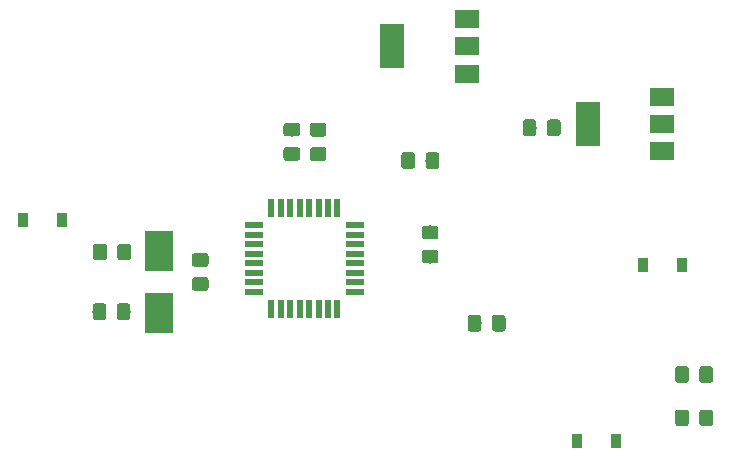
<source format=gbr>
G04 #@! TF.GenerationSoftware,KiCad,Pcbnew,(5.0.2-4-g3082e92af)*
G04 #@! TF.CreationDate,2019-03-14T11:46:11+01:00*
G04 #@! TF.ProjectId,gas-sensor,6761732d-7365-46e7-936f-722e6b696361,rev?*
G04 #@! TF.SameCoordinates,Original*
G04 #@! TF.FileFunction,Paste,Top*
G04 #@! TF.FilePolarity,Positive*
%FSLAX46Y46*%
G04 Gerber Fmt 4.6, Leading zero omitted, Abs format (unit mm)*
G04 Created by KiCad (PCBNEW (5.0.2-4-g3082e92af)) date 2019 March 14, Thursday 11:46:11*
%MOMM*%
%LPD*%
G01*
G04 APERTURE LIST*
%ADD10C,0.100000*%
%ADD11C,1.150000*%
%ADD12R,0.900000X1.200000*%
%ADD13R,2.000000X1.500000*%
%ADD14R,2.000000X3.800000*%
%ADD15R,2.400000X3.500000*%
%ADD16R,0.550000X1.600000*%
%ADD17R,1.600000X0.550000*%
G04 APERTURE END LIST*
D10*
G04 #@! TO.C,C2*
G36*
X79710762Y-134055806D02*
X79735030Y-134059406D01*
X79758829Y-134065367D01*
X79781928Y-134073632D01*
X79804107Y-134084122D01*
X79825150Y-134096734D01*
X79844856Y-134111349D01*
X79863034Y-134127825D01*
X79879510Y-134146003D01*
X79894125Y-134165709D01*
X79906737Y-134186752D01*
X79917227Y-134208931D01*
X79925492Y-134232030D01*
X79931453Y-134255829D01*
X79935053Y-134280097D01*
X79936257Y-134304601D01*
X79936257Y-135204603D01*
X79935053Y-135229107D01*
X79931453Y-135253375D01*
X79925492Y-135277174D01*
X79917227Y-135300273D01*
X79906737Y-135322452D01*
X79894125Y-135343495D01*
X79879510Y-135363201D01*
X79863034Y-135381379D01*
X79844856Y-135397855D01*
X79825150Y-135412470D01*
X79804107Y-135425082D01*
X79781928Y-135435572D01*
X79758829Y-135443837D01*
X79735030Y-135449798D01*
X79710762Y-135453398D01*
X79686258Y-135454602D01*
X79036256Y-135454602D01*
X79011752Y-135453398D01*
X78987484Y-135449798D01*
X78963685Y-135443837D01*
X78940586Y-135435572D01*
X78918407Y-135425082D01*
X78897364Y-135412470D01*
X78877658Y-135397855D01*
X78859480Y-135381379D01*
X78843004Y-135363201D01*
X78828389Y-135343495D01*
X78815777Y-135322452D01*
X78805287Y-135300273D01*
X78797022Y-135277174D01*
X78791061Y-135253375D01*
X78787461Y-135229107D01*
X78786257Y-135204603D01*
X78786257Y-134304601D01*
X78787461Y-134280097D01*
X78791061Y-134255829D01*
X78797022Y-134232030D01*
X78805287Y-134208931D01*
X78815777Y-134186752D01*
X78828389Y-134165709D01*
X78843004Y-134146003D01*
X78859480Y-134127825D01*
X78877658Y-134111349D01*
X78897364Y-134096734D01*
X78918407Y-134084122D01*
X78940586Y-134073632D01*
X78963685Y-134065367D01*
X78987484Y-134059406D01*
X79011752Y-134055806D01*
X79036256Y-134054602D01*
X79686258Y-134054602D01*
X79710762Y-134055806D01*
X79710762Y-134055806D01*
G37*
D11*
X79361257Y-134754602D03*
D10*
G36*
X81760762Y-134055806D02*
X81785030Y-134059406D01*
X81808829Y-134065367D01*
X81831928Y-134073632D01*
X81854107Y-134084122D01*
X81875150Y-134096734D01*
X81894856Y-134111349D01*
X81913034Y-134127825D01*
X81929510Y-134146003D01*
X81944125Y-134165709D01*
X81956737Y-134186752D01*
X81967227Y-134208931D01*
X81975492Y-134232030D01*
X81981453Y-134255829D01*
X81985053Y-134280097D01*
X81986257Y-134304601D01*
X81986257Y-135204603D01*
X81985053Y-135229107D01*
X81981453Y-135253375D01*
X81975492Y-135277174D01*
X81967227Y-135300273D01*
X81956737Y-135322452D01*
X81944125Y-135343495D01*
X81929510Y-135363201D01*
X81913034Y-135381379D01*
X81894856Y-135397855D01*
X81875150Y-135412470D01*
X81854107Y-135425082D01*
X81831928Y-135435572D01*
X81808829Y-135443837D01*
X81785030Y-135449798D01*
X81760762Y-135453398D01*
X81736258Y-135454602D01*
X81086256Y-135454602D01*
X81061752Y-135453398D01*
X81037484Y-135449798D01*
X81013685Y-135443837D01*
X80990586Y-135435572D01*
X80968407Y-135425082D01*
X80947364Y-135412470D01*
X80927658Y-135397855D01*
X80909480Y-135381379D01*
X80893004Y-135363201D01*
X80878389Y-135343495D01*
X80865777Y-135322452D01*
X80855287Y-135300273D01*
X80847022Y-135277174D01*
X80841061Y-135253375D01*
X80837461Y-135229107D01*
X80836257Y-135204603D01*
X80836257Y-134304601D01*
X80837461Y-134280097D01*
X80841061Y-134255829D01*
X80847022Y-134232030D01*
X80855287Y-134208931D01*
X80865777Y-134186752D01*
X80878389Y-134165709D01*
X80893004Y-134146003D01*
X80909480Y-134127825D01*
X80927658Y-134111349D01*
X80947364Y-134096734D01*
X80968407Y-134084122D01*
X80990586Y-134073632D01*
X81013685Y-134065367D01*
X81037484Y-134059406D01*
X81061752Y-134055806D01*
X81086256Y-134054602D01*
X81736258Y-134054602D01*
X81760762Y-134055806D01*
X81760762Y-134055806D01*
G37*
D11*
X81411257Y-134754602D03*
G04 #@! TD*
D10*
G04 #@! TO.C,C3*
G36*
X131086344Y-139389064D02*
X131110612Y-139392664D01*
X131134411Y-139398625D01*
X131157510Y-139406890D01*
X131179689Y-139417380D01*
X131200732Y-139429992D01*
X131220438Y-139444607D01*
X131238616Y-139461083D01*
X131255092Y-139479261D01*
X131269707Y-139498967D01*
X131282319Y-139520010D01*
X131292809Y-139542189D01*
X131301074Y-139565288D01*
X131307035Y-139589087D01*
X131310635Y-139613355D01*
X131311839Y-139637859D01*
X131311839Y-140537861D01*
X131310635Y-140562365D01*
X131307035Y-140586633D01*
X131301074Y-140610432D01*
X131292809Y-140633531D01*
X131282319Y-140655710D01*
X131269707Y-140676753D01*
X131255092Y-140696459D01*
X131238616Y-140714637D01*
X131220438Y-140731113D01*
X131200732Y-140745728D01*
X131179689Y-140758340D01*
X131157510Y-140768830D01*
X131134411Y-140777095D01*
X131110612Y-140783056D01*
X131086344Y-140786656D01*
X131061840Y-140787860D01*
X130411838Y-140787860D01*
X130387334Y-140786656D01*
X130363066Y-140783056D01*
X130339267Y-140777095D01*
X130316168Y-140768830D01*
X130293989Y-140758340D01*
X130272946Y-140745728D01*
X130253240Y-140731113D01*
X130235062Y-140714637D01*
X130218586Y-140696459D01*
X130203971Y-140676753D01*
X130191359Y-140655710D01*
X130180869Y-140633531D01*
X130172604Y-140610432D01*
X130166643Y-140586633D01*
X130163043Y-140562365D01*
X130161839Y-140537861D01*
X130161839Y-139637859D01*
X130163043Y-139613355D01*
X130166643Y-139589087D01*
X130172604Y-139565288D01*
X130180869Y-139542189D01*
X130191359Y-139520010D01*
X130203971Y-139498967D01*
X130218586Y-139479261D01*
X130235062Y-139461083D01*
X130253240Y-139444607D01*
X130272946Y-139429992D01*
X130293989Y-139417380D01*
X130316168Y-139406890D01*
X130339267Y-139398625D01*
X130363066Y-139392664D01*
X130387334Y-139389064D01*
X130411838Y-139387860D01*
X131061840Y-139387860D01*
X131086344Y-139389064D01*
X131086344Y-139389064D01*
G37*
D11*
X130736839Y-140087860D03*
D10*
G36*
X129036344Y-139389064D02*
X129060612Y-139392664D01*
X129084411Y-139398625D01*
X129107510Y-139406890D01*
X129129689Y-139417380D01*
X129150732Y-139429992D01*
X129170438Y-139444607D01*
X129188616Y-139461083D01*
X129205092Y-139479261D01*
X129219707Y-139498967D01*
X129232319Y-139520010D01*
X129242809Y-139542189D01*
X129251074Y-139565288D01*
X129257035Y-139589087D01*
X129260635Y-139613355D01*
X129261839Y-139637859D01*
X129261839Y-140537861D01*
X129260635Y-140562365D01*
X129257035Y-140586633D01*
X129251074Y-140610432D01*
X129242809Y-140633531D01*
X129232319Y-140655710D01*
X129219707Y-140676753D01*
X129205092Y-140696459D01*
X129188616Y-140714637D01*
X129170438Y-140731113D01*
X129150732Y-140745728D01*
X129129689Y-140758340D01*
X129107510Y-140768830D01*
X129084411Y-140777095D01*
X129060612Y-140783056D01*
X129036344Y-140786656D01*
X129011840Y-140787860D01*
X128361838Y-140787860D01*
X128337334Y-140786656D01*
X128313066Y-140783056D01*
X128289267Y-140777095D01*
X128266168Y-140768830D01*
X128243989Y-140758340D01*
X128222946Y-140745728D01*
X128203240Y-140731113D01*
X128185062Y-140714637D01*
X128168586Y-140696459D01*
X128153971Y-140676753D01*
X128141359Y-140655710D01*
X128130869Y-140633531D01*
X128122604Y-140610432D01*
X128116643Y-140586633D01*
X128113043Y-140562365D01*
X128111839Y-140537861D01*
X128111839Y-139637859D01*
X128113043Y-139613355D01*
X128116643Y-139589087D01*
X128122604Y-139565288D01*
X128130869Y-139542189D01*
X128141359Y-139520010D01*
X128153971Y-139498967D01*
X128168586Y-139479261D01*
X128185062Y-139461083D01*
X128203240Y-139444607D01*
X128222946Y-139429992D01*
X128243989Y-139417380D01*
X128266168Y-139406890D01*
X128289267Y-139398625D01*
X128313066Y-139392664D01*
X128337334Y-139389064D01*
X128361838Y-139387860D01*
X129011840Y-139387860D01*
X129036344Y-139389064D01*
X129036344Y-139389064D01*
G37*
D11*
X128686839Y-140087860D03*
G04 #@! TD*
D10*
G04 #@! TO.C,C4*
G36*
X131091344Y-143049064D02*
X131115612Y-143052664D01*
X131139411Y-143058625D01*
X131162510Y-143066890D01*
X131184689Y-143077380D01*
X131205732Y-143089992D01*
X131225438Y-143104607D01*
X131243616Y-143121083D01*
X131260092Y-143139261D01*
X131274707Y-143158967D01*
X131287319Y-143180010D01*
X131297809Y-143202189D01*
X131306074Y-143225288D01*
X131312035Y-143249087D01*
X131315635Y-143273355D01*
X131316839Y-143297859D01*
X131316839Y-144197861D01*
X131315635Y-144222365D01*
X131312035Y-144246633D01*
X131306074Y-144270432D01*
X131297809Y-144293531D01*
X131287319Y-144315710D01*
X131274707Y-144336753D01*
X131260092Y-144356459D01*
X131243616Y-144374637D01*
X131225438Y-144391113D01*
X131205732Y-144405728D01*
X131184689Y-144418340D01*
X131162510Y-144428830D01*
X131139411Y-144437095D01*
X131115612Y-144443056D01*
X131091344Y-144446656D01*
X131066840Y-144447860D01*
X130416838Y-144447860D01*
X130392334Y-144446656D01*
X130368066Y-144443056D01*
X130344267Y-144437095D01*
X130321168Y-144428830D01*
X130298989Y-144418340D01*
X130277946Y-144405728D01*
X130258240Y-144391113D01*
X130240062Y-144374637D01*
X130223586Y-144356459D01*
X130208971Y-144336753D01*
X130196359Y-144315710D01*
X130185869Y-144293531D01*
X130177604Y-144270432D01*
X130171643Y-144246633D01*
X130168043Y-144222365D01*
X130166839Y-144197861D01*
X130166839Y-143297859D01*
X130168043Y-143273355D01*
X130171643Y-143249087D01*
X130177604Y-143225288D01*
X130185869Y-143202189D01*
X130196359Y-143180010D01*
X130208971Y-143158967D01*
X130223586Y-143139261D01*
X130240062Y-143121083D01*
X130258240Y-143104607D01*
X130277946Y-143089992D01*
X130298989Y-143077380D01*
X130321168Y-143066890D01*
X130344267Y-143058625D01*
X130368066Y-143052664D01*
X130392334Y-143049064D01*
X130416838Y-143047860D01*
X131066840Y-143047860D01*
X131091344Y-143049064D01*
X131091344Y-143049064D01*
G37*
D11*
X130741839Y-143747860D03*
D10*
G36*
X129041344Y-143049064D02*
X129065612Y-143052664D01*
X129089411Y-143058625D01*
X129112510Y-143066890D01*
X129134689Y-143077380D01*
X129155732Y-143089992D01*
X129175438Y-143104607D01*
X129193616Y-143121083D01*
X129210092Y-143139261D01*
X129224707Y-143158967D01*
X129237319Y-143180010D01*
X129247809Y-143202189D01*
X129256074Y-143225288D01*
X129262035Y-143249087D01*
X129265635Y-143273355D01*
X129266839Y-143297859D01*
X129266839Y-144197861D01*
X129265635Y-144222365D01*
X129262035Y-144246633D01*
X129256074Y-144270432D01*
X129247809Y-144293531D01*
X129237319Y-144315710D01*
X129224707Y-144336753D01*
X129210092Y-144356459D01*
X129193616Y-144374637D01*
X129175438Y-144391113D01*
X129155732Y-144405728D01*
X129134689Y-144418340D01*
X129112510Y-144428830D01*
X129089411Y-144437095D01*
X129065612Y-144443056D01*
X129041344Y-144446656D01*
X129016840Y-144447860D01*
X128366838Y-144447860D01*
X128342334Y-144446656D01*
X128318066Y-144443056D01*
X128294267Y-144437095D01*
X128271168Y-144428830D01*
X128248989Y-144418340D01*
X128227946Y-144405728D01*
X128208240Y-144391113D01*
X128190062Y-144374637D01*
X128173586Y-144356459D01*
X128158971Y-144336753D01*
X128146359Y-144315710D01*
X128135869Y-144293531D01*
X128127604Y-144270432D01*
X128121643Y-144246633D01*
X128118043Y-144222365D01*
X128116839Y-144197861D01*
X128116839Y-143297859D01*
X128118043Y-143273355D01*
X128121643Y-143249087D01*
X128127604Y-143225288D01*
X128135869Y-143202189D01*
X128146359Y-143180010D01*
X128158971Y-143158967D01*
X128173586Y-143139261D01*
X128190062Y-143121083D01*
X128208240Y-143104607D01*
X128227946Y-143089992D01*
X128248989Y-143077380D01*
X128271168Y-143066890D01*
X128294267Y-143058625D01*
X128318066Y-143052664D01*
X128342334Y-143049064D01*
X128366838Y-143047860D01*
X129016840Y-143047860D01*
X129041344Y-143049064D01*
X129041344Y-143049064D01*
G37*
D11*
X128691839Y-143747860D03*
G04 #@! TD*
D10*
G04 #@! TO.C,C6*
G36*
X96120114Y-120829485D02*
X96144382Y-120833085D01*
X96168181Y-120839046D01*
X96191280Y-120847311D01*
X96213459Y-120857801D01*
X96234502Y-120870413D01*
X96254208Y-120885028D01*
X96272386Y-120901504D01*
X96288862Y-120919682D01*
X96303477Y-120939388D01*
X96316089Y-120960431D01*
X96326579Y-120982610D01*
X96334844Y-121005709D01*
X96340805Y-121029508D01*
X96344405Y-121053776D01*
X96345609Y-121078280D01*
X96345609Y-121728282D01*
X96344405Y-121752786D01*
X96340805Y-121777054D01*
X96334844Y-121800853D01*
X96326579Y-121823952D01*
X96316089Y-121846131D01*
X96303477Y-121867174D01*
X96288862Y-121886880D01*
X96272386Y-121905058D01*
X96254208Y-121921534D01*
X96234502Y-121936149D01*
X96213459Y-121948761D01*
X96191280Y-121959251D01*
X96168181Y-121967516D01*
X96144382Y-121973477D01*
X96120114Y-121977077D01*
X96095610Y-121978281D01*
X95195608Y-121978281D01*
X95171104Y-121977077D01*
X95146836Y-121973477D01*
X95123037Y-121967516D01*
X95099938Y-121959251D01*
X95077759Y-121948761D01*
X95056716Y-121936149D01*
X95037010Y-121921534D01*
X95018832Y-121905058D01*
X95002356Y-121886880D01*
X94987741Y-121867174D01*
X94975129Y-121846131D01*
X94964639Y-121823952D01*
X94956374Y-121800853D01*
X94950413Y-121777054D01*
X94946813Y-121752786D01*
X94945609Y-121728282D01*
X94945609Y-121078280D01*
X94946813Y-121053776D01*
X94950413Y-121029508D01*
X94956374Y-121005709D01*
X94964639Y-120982610D01*
X94975129Y-120960431D01*
X94987741Y-120939388D01*
X95002356Y-120919682D01*
X95018832Y-120901504D01*
X95037010Y-120885028D01*
X95056716Y-120870413D01*
X95077759Y-120857801D01*
X95099938Y-120847311D01*
X95123037Y-120839046D01*
X95146836Y-120833085D01*
X95171104Y-120829485D01*
X95195608Y-120828281D01*
X96095610Y-120828281D01*
X96120114Y-120829485D01*
X96120114Y-120829485D01*
G37*
D11*
X95645609Y-121403281D03*
D10*
G36*
X96120114Y-118779485D02*
X96144382Y-118783085D01*
X96168181Y-118789046D01*
X96191280Y-118797311D01*
X96213459Y-118807801D01*
X96234502Y-118820413D01*
X96254208Y-118835028D01*
X96272386Y-118851504D01*
X96288862Y-118869682D01*
X96303477Y-118889388D01*
X96316089Y-118910431D01*
X96326579Y-118932610D01*
X96334844Y-118955709D01*
X96340805Y-118979508D01*
X96344405Y-119003776D01*
X96345609Y-119028280D01*
X96345609Y-119678282D01*
X96344405Y-119702786D01*
X96340805Y-119727054D01*
X96334844Y-119750853D01*
X96326579Y-119773952D01*
X96316089Y-119796131D01*
X96303477Y-119817174D01*
X96288862Y-119836880D01*
X96272386Y-119855058D01*
X96254208Y-119871534D01*
X96234502Y-119886149D01*
X96213459Y-119898761D01*
X96191280Y-119909251D01*
X96168181Y-119917516D01*
X96144382Y-119923477D01*
X96120114Y-119927077D01*
X96095610Y-119928281D01*
X95195608Y-119928281D01*
X95171104Y-119927077D01*
X95146836Y-119923477D01*
X95123037Y-119917516D01*
X95099938Y-119909251D01*
X95077759Y-119898761D01*
X95056716Y-119886149D01*
X95037010Y-119871534D01*
X95018832Y-119855058D01*
X95002356Y-119836880D01*
X94987741Y-119817174D01*
X94975129Y-119796131D01*
X94964639Y-119773952D01*
X94956374Y-119750853D01*
X94950413Y-119727054D01*
X94946813Y-119702786D01*
X94945609Y-119678282D01*
X94945609Y-119028280D01*
X94946813Y-119003776D01*
X94950413Y-118979508D01*
X94956374Y-118955709D01*
X94964639Y-118932610D01*
X94975129Y-118910431D01*
X94987741Y-118889388D01*
X95002356Y-118869682D01*
X95018832Y-118851504D01*
X95037010Y-118835028D01*
X95056716Y-118820413D01*
X95077759Y-118807801D01*
X95099938Y-118797311D01*
X95123037Y-118789046D01*
X95146836Y-118783085D01*
X95171104Y-118779485D01*
X95195608Y-118778281D01*
X96095610Y-118778281D01*
X96120114Y-118779485D01*
X96120114Y-118779485D01*
G37*
D11*
X95645609Y-119353281D03*
G04 #@! TD*
D12*
G04 #@! TO.C,D1*
X72870000Y-127030000D03*
X76170000Y-127030000D03*
G04 #@! TD*
G04 #@! TO.C,D2*
X119780000Y-145710000D03*
X123080000Y-145710000D03*
G04 #@! TD*
G04 #@! TO.C,D3*
X125408674Y-130780878D03*
X128708674Y-130780878D03*
G04 #@! TD*
D10*
G04 #@! TO.C,R1*
G36*
X88375762Y-131850806D02*
X88400030Y-131854406D01*
X88423829Y-131860367D01*
X88446928Y-131868632D01*
X88469107Y-131879122D01*
X88490150Y-131891734D01*
X88509856Y-131906349D01*
X88528034Y-131922825D01*
X88544510Y-131941003D01*
X88559125Y-131960709D01*
X88571737Y-131981752D01*
X88582227Y-132003931D01*
X88590492Y-132027030D01*
X88596453Y-132050829D01*
X88600053Y-132075097D01*
X88601257Y-132099601D01*
X88601257Y-132749603D01*
X88600053Y-132774107D01*
X88596453Y-132798375D01*
X88590492Y-132822174D01*
X88582227Y-132845273D01*
X88571737Y-132867452D01*
X88559125Y-132888495D01*
X88544510Y-132908201D01*
X88528034Y-132926379D01*
X88509856Y-132942855D01*
X88490150Y-132957470D01*
X88469107Y-132970082D01*
X88446928Y-132980572D01*
X88423829Y-132988837D01*
X88400030Y-132994798D01*
X88375762Y-132998398D01*
X88351258Y-132999602D01*
X87451256Y-132999602D01*
X87426752Y-132998398D01*
X87402484Y-132994798D01*
X87378685Y-132988837D01*
X87355586Y-132980572D01*
X87333407Y-132970082D01*
X87312364Y-132957470D01*
X87292658Y-132942855D01*
X87274480Y-132926379D01*
X87258004Y-132908201D01*
X87243389Y-132888495D01*
X87230777Y-132867452D01*
X87220287Y-132845273D01*
X87212022Y-132822174D01*
X87206061Y-132798375D01*
X87202461Y-132774107D01*
X87201257Y-132749603D01*
X87201257Y-132099601D01*
X87202461Y-132075097D01*
X87206061Y-132050829D01*
X87212022Y-132027030D01*
X87220287Y-132003931D01*
X87230777Y-131981752D01*
X87243389Y-131960709D01*
X87258004Y-131941003D01*
X87274480Y-131922825D01*
X87292658Y-131906349D01*
X87312364Y-131891734D01*
X87333407Y-131879122D01*
X87355586Y-131868632D01*
X87378685Y-131860367D01*
X87402484Y-131854406D01*
X87426752Y-131850806D01*
X87451256Y-131849602D01*
X88351258Y-131849602D01*
X88375762Y-131850806D01*
X88375762Y-131850806D01*
G37*
D11*
X87901257Y-132424602D03*
D10*
G36*
X88375762Y-129800806D02*
X88400030Y-129804406D01*
X88423829Y-129810367D01*
X88446928Y-129818632D01*
X88469107Y-129829122D01*
X88490150Y-129841734D01*
X88509856Y-129856349D01*
X88528034Y-129872825D01*
X88544510Y-129891003D01*
X88559125Y-129910709D01*
X88571737Y-129931752D01*
X88582227Y-129953931D01*
X88590492Y-129977030D01*
X88596453Y-130000829D01*
X88600053Y-130025097D01*
X88601257Y-130049601D01*
X88601257Y-130699603D01*
X88600053Y-130724107D01*
X88596453Y-130748375D01*
X88590492Y-130772174D01*
X88582227Y-130795273D01*
X88571737Y-130817452D01*
X88559125Y-130838495D01*
X88544510Y-130858201D01*
X88528034Y-130876379D01*
X88509856Y-130892855D01*
X88490150Y-130907470D01*
X88469107Y-130920082D01*
X88446928Y-130930572D01*
X88423829Y-130938837D01*
X88400030Y-130944798D01*
X88375762Y-130948398D01*
X88351258Y-130949602D01*
X87451256Y-130949602D01*
X87426752Y-130948398D01*
X87402484Y-130944798D01*
X87378685Y-130938837D01*
X87355586Y-130930572D01*
X87333407Y-130920082D01*
X87312364Y-130907470D01*
X87292658Y-130892855D01*
X87274480Y-130876379D01*
X87258004Y-130858201D01*
X87243389Y-130838495D01*
X87230777Y-130817452D01*
X87220287Y-130795273D01*
X87212022Y-130772174D01*
X87206061Y-130748375D01*
X87202461Y-130724107D01*
X87201257Y-130699603D01*
X87201257Y-130049601D01*
X87202461Y-130025097D01*
X87206061Y-130000829D01*
X87212022Y-129977030D01*
X87220287Y-129953931D01*
X87230777Y-129931752D01*
X87243389Y-129910709D01*
X87258004Y-129891003D01*
X87274480Y-129872825D01*
X87292658Y-129856349D01*
X87312364Y-129841734D01*
X87333407Y-129829122D01*
X87355586Y-129818632D01*
X87378685Y-129810367D01*
X87402484Y-129804406D01*
X87426752Y-129800806D01*
X87451256Y-129799602D01*
X88351258Y-129799602D01*
X88375762Y-129800806D01*
X88375762Y-129800806D01*
G37*
D11*
X87901257Y-130374602D03*
G04 #@! TD*
D10*
G04 #@! TO.C,R2*
G36*
X113522439Y-135043959D02*
X113546707Y-135047559D01*
X113570506Y-135053520D01*
X113593605Y-135061785D01*
X113615784Y-135072275D01*
X113636827Y-135084887D01*
X113656533Y-135099502D01*
X113674711Y-135115978D01*
X113691187Y-135134156D01*
X113705802Y-135153862D01*
X113718414Y-135174905D01*
X113728904Y-135197084D01*
X113737169Y-135220183D01*
X113743130Y-135243982D01*
X113746730Y-135268250D01*
X113747934Y-135292754D01*
X113747934Y-136192756D01*
X113746730Y-136217260D01*
X113743130Y-136241528D01*
X113737169Y-136265327D01*
X113728904Y-136288426D01*
X113718414Y-136310605D01*
X113705802Y-136331648D01*
X113691187Y-136351354D01*
X113674711Y-136369532D01*
X113656533Y-136386008D01*
X113636827Y-136400623D01*
X113615784Y-136413235D01*
X113593605Y-136423725D01*
X113570506Y-136431990D01*
X113546707Y-136437951D01*
X113522439Y-136441551D01*
X113497935Y-136442755D01*
X112847933Y-136442755D01*
X112823429Y-136441551D01*
X112799161Y-136437951D01*
X112775362Y-136431990D01*
X112752263Y-136423725D01*
X112730084Y-136413235D01*
X112709041Y-136400623D01*
X112689335Y-136386008D01*
X112671157Y-136369532D01*
X112654681Y-136351354D01*
X112640066Y-136331648D01*
X112627454Y-136310605D01*
X112616964Y-136288426D01*
X112608699Y-136265327D01*
X112602738Y-136241528D01*
X112599138Y-136217260D01*
X112597934Y-136192756D01*
X112597934Y-135292754D01*
X112599138Y-135268250D01*
X112602738Y-135243982D01*
X112608699Y-135220183D01*
X112616964Y-135197084D01*
X112627454Y-135174905D01*
X112640066Y-135153862D01*
X112654681Y-135134156D01*
X112671157Y-135115978D01*
X112689335Y-135099502D01*
X112709041Y-135084887D01*
X112730084Y-135072275D01*
X112752263Y-135061785D01*
X112775362Y-135053520D01*
X112799161Y-135047559D01*
X112823429Y-135043959D01*
X112847933Y-135042755D01*
X113497935Y-135042755D01*
X113522439Y-135043959D01*
X113522439Y-135043959D01*
G37*
D11*
X113172934Y-135742755D03*
D10*
G36*
X111472439Y-135043959D02*
X111496707Y-135047559D01*
X111520506Y-135053520D01*
X111543605Y-135061785D01*
X111565784Y-135072275D01*
X111586827Y-135084887D01*
X111606533Y-135099502D01*
X111624711Y-135115978D01*
X111641187Y-135134156D01*
X111655802Y-135153862D01*
X111668414Y-135174905D01*
X111678904Y-135197084D01*
X111687169Y-135220183D01*
X111693130Y-135243982D01*
X111696730Y-135268250D01*
X111697934Y-135292754D01*
X111697934Y-136192756D01*
X111696730Y-136217260D01*
X111693130Y-136241528D01*
X111687169Y-136265327D01*
X111678904Y-136288426D01*
X111668414Y-136310605D01*
X111655802Y-136331648D01*
X111641187Y-136351354D01*
X111624711Y-136369532D01*
X111606533Y-136386008D01*
X111586827Y-136400623D01*
X111565784Y-136413235D01*
X111543605Y-136423725D01*
X111520506Y-136431990D01*
X111496707Y-136437951D01*
X111472439Y-136441551D01*
X111447935Y-136442755D01*
X110797933Y-136442755D01*
X110773429Y-136441551D01*
X110749161Y-136437951D01*
X110725362Y-136431990D01*
X110702263Y-136423725D01*
X110680084Y-136413235D01*
X110659041Y-136400623D01*
X110639335Y-136386008D01*
X110621157Y-136369532D01*
X110604681Y-136351354D01*
X110590066Y-136331648D01*
X110577454Y-136310605D01*
X110566964Y-136288426D01*
X110558699Y-136265327D01*
X110552738Y-136241528D01*
X110549138Y-136217260D01*
X110547934Y-136192756D01*
X110547934Y-135292754D01*
X110549138Y-135268250D01*
X110552738Y-135243982D01*
X110558699Y-135220183D01*
X110566964Y-135197084D01*
X110577454Y-135174905D01*
X110590066Y-135153862D01*
X110604681Y-135134156D01*
X110621157Y-135115978D01*
X110639335Y-135099502D01*
X110659041Y-135084887D01*
X110680084Y-135072275D01*
X110702263Y-135061785D01*
X110725362Y-135053520D01*
X110749161Y-135047559D01*
X110773429Y-135043959D01*
X110797933Y-135042755D01*
X111447935Y-135042755D01*
X111472439Y-135043959D01*
X111472439Y-135043959D01*
G37*
D11*
X111122934Y-135742755D03*
G04 #@! TD*
D10*
G04 #@! TO.C,R3*
G36*
X98360114Y-120839485D02*
X98384382Y-120843085D01*
X98408181Y-120849046D01*
X98431280Y-120857311D01*
X98453459Y-120867801D01*
X98474502Y-120880413D01*
X98494208Y-120895028D01*
X98512386Y-120911504D01*
X98528862Y-120929682D01*
X98543477Y-120949388D01*
X98556089Y-120970431D01*
X98566579Y-120992610D01*
X98574844Y-121015709D01*
X98580805Y-121039508D01*
X98584405Y-121063776D01*
X98585609Y-121088280D01*
X98585609Y-121738282D01*
X98584405Y-121762786D01*
X98580805Y-121787054D01*
X98574844Y-121810853D01*
X98566579Y-121833952D01*
X98556089Y-121856131D01*
X98543477Y-121877174D01*
X98528862Y-121896880D01*
X98512386Y-121915058D01*
X98494208Y-121931534D01*
X98474502Y-121946149D01*
X98453459Y-121958761D01*
X98431280Y-121969251D01*
X98408181Y-121977516D01*
X98384382Y-121983477D01*
X98360114Y-121987077D01*
X98335610Y-121988281D01*
X97435608Y-121988281D01*
X97411104Y-121987077D01*
X97386836Y-121983477D01*
X97363037Y-121977516D01*
X97339938Y-121969251D01*
X97317759Y-121958761D01*
X97296716Y-121946149D01*
X97277010Y-121931534D01*
X97258832Y-121915058D01*
X97242356Y-121896880D01*
X97227741Y-121877174D01*
X97215129Y-121856131D01*
X97204639Y-121833952D01*
X97196374Y-121810853D01*
X97190413Y-121787054D01*
X97186813Y-121762786D01*
X97185609Y-121738282D01*
X97185609Y-121088280D01*
X97186813Y-121063776D01*
X97190413Y-121039508D01*
X97196374Y-121015709D01*
X97204639Y-120992610D01*
X97215129Y-120970431D01*
X97227741Y-120949388D01*
X97242356Y-120929682D01*
X97258832Y-120911504D01*
X97277010Y-120895028D01*
X97296716Y-120880413D01*
X97317759Y-120867801D01*
X97339938Y-120857311D01*
X97363037Y-120849046D01*
X97386836Y-120843085D01*
X97411104Y-120839485D01*
X97435608Y-120838281D01*
X98335610Y-120838281D01*
X98360114Y-120839485D01*
X98360114Y-120839485D01*
G37*
D11*
X97885609Y-121413281D03*
D10*
G36*
X98360114Y-118789485D02*
X98384382Y-118793085D01*
X98408181Y-118799046D01*
X98431280Y-118807311D01*
X98453459Y-118817801D01*
X98474502Y-118830413D01*
X98494208Y-118845028D01*
X98512386Y-118861504D01*
X98528862Y-118879682D01*
X98543477Y-118899388D01*
X98556089Y-118920431D01*
X98566579Y-118942610D01*
X98574844Y-118965709D01*
X98580805Y-118989508D01*
X98584405Y-119013776D01*
X98585609Y-119038280D01*
X98585609Y-119688282D01*
X98584405Y-119712786D01*
X98580805Y-119737054D01*
X98574844Y-119760853D01*
X98566579Y-119783952D01*
X98556089Y-119806131D01*
X98543477Y-119827174D01*
X98528862Y-119846880D01*
X98512386Y-119865058D01*
X98494208Y-119881534D01*
X98474502Y-119896149D01*
X98453459Y-119908761D01*
X98431280Y-119919251D01*
X98408181Y-119927516D01*
X98384382Y-119933477D01*
X98360114Y-119937077D01*
X98335610Y-119938281D01*
X97435608Y-119938281D01*
X97411104Y-119937077D01*
X97386836Y-119933477D01*
X97363037Y-119927516D01*
X97339938Y-119919251D01*
X97317759Y-119908761D01*
X97296716Y-119896149D01*
X97277010Y-119881534D01*
X97258832Y-119865058D01*
X97242356Y-119846880D01*
X97227741Y-119827174D01*
X97215129Y-119806131D01*
X97204639Y-119783952D01*
X97196374Y-119760853D01*
X97190413Y-119737054D01*
X97186813Y-119712786D01*
X97185609Y-119688282D01*
X97185609Y-119038280D01*
X97186813Y-119013776D01*
X97190413Y-118989508D01*
X97196374Y-118965709D01*
X97204639Y-118942610D01*
X97215129Y-118920431D01*
X97227741Y-118899388D01*
X97242356Y-118879682D01*
X97258832Y-118861504D01*
X97277010Y-118845028D01*
X97296716Y-118830413D01*
X97317759Y-118817801D01*
X97339938Y-118807311D01*
X97363037Y-118799046D01*
X97386836Y-118793085D01*
X97411104Y-118789485D01*
X97435608Y-118788281D01*
X98335610Y-118788281D01*
X98360114Y-118789485D01*
X98360114Y-118789485D01*
G37*
D11*
X97885609Y-119363281D03*
G04 #@! TD*
D10*
G04 #@! TO.C,R4*
G36*
X118179505Y-118491204D02*
X118203773Y-118494804D01*
X118227572Y-118500765D01*
X118250671Y-118509030D01*
X118272850Y-118519520D01*
X118293893Y-118532132D01*
X118313599Y-118546747D01*
X118331777Y-118563223D01*
X118348253Y-118581401D01*
X118362868Y-118601107D01*
X118375480Y-118622150D01*
X118385970Y-118644329D01*
X118394235Y-118667428D01*
X118400196Y-118691227D01*
X118403796Y-118715495D01*
X118405000Y-118739999D01*
X118405000Y-119640001D01*
X118403796Y-119664505D01*
X118400196Y-119688773D01*
X118394235Y-119712572D01*
X118385970Y-119735671D01*
X118375480Y-119757850D01*
X118362868Y-119778893D01*
X118348253Y-119798599D01*
X118331777Y-119816777D01*
X118313599Y-119833253D01*
X118293893Y-119847868D01*
X118272850Y-119860480D01*
X118250671Y-119870970D01*
X118227572Y-119879235D01*
X118203773Y-119885196D01*
X118179505Y-119888796D01*
X118155001Y-119890000D01*
X117504999Y-119890000D01*
X117480495Y-119888796D01*
X117456227Y-119885196D01*
X117432428Y-119879235D01*
X117409329Y-119870970D01*
X117387150Y-119860480D01*
X117366107Y-119847868D01*
X117346401Y-119833253D01*
X117328223Y-119816777D01*
X117311747Y-119798599D01*
X117297132Y-119778893D01*
X117284520Y-119757850D01*
X117274030Y-119735671D01*
X117265765Y-119712572D01*
X117259804Y-119688773D01*
X117256204Y-119664505D01*
X117255000Y-119640001D01*
X117255000Y-118739999D01*
X117256204Y-118715495D01*
X117259804Y-118691227D01*
X117265765Y-118667428D01*
X117274030Y-118644329D01*
X117284520Y-118622150D01*
X117297132Y-118601107D01*
X117311747Y-118581401D01*
X117328223Y-118563223D01*
X117346401Y-118546747D01*
X117366107Y-118532132D01*
X117387150Y-118519520D01*
X117409329Y-118509030D01*
X117432428Y-118500765D01*
X117456227Y-118494804D01*
X117480495Y-118491204D01*
X117504999Y-118490000D01*
X118155001Y-118490000D01*
X118179505Y-118491204D01*
X118179505Y-118491204D01*
G37*
D11*
X117830000Y-119190000D03*
D10*
G36*
X116129505Y-118491204D02*
X116153773Y-118494804D01*
X116177572Y-118500765D01*
X116200671Y-118509030D01*
X116222850Y-118519520D01*
X116243893Y-118532132D01*
X116263599Y-118546747D01*
X116281777Y-118563223D01*
X116298253Y-118581401D01*
X116312868Y-118601107D01*
X116325480Y-118622150D01*
X116335970Y-118644329D01*
X116344235Y-118667428D01*
X116350196Y-118691227D01*
X116353796Y-118715495D01*
X116355000Y-118739999D01*
X116355000Y-119640001D01*
X116353796Y-119664505D01*
X116350196Y-119688773D01*
X116344235Y-119712572D01*
X116335970Y-119735671D01*
X116325480Y-119757850D01*
X116312868Y-119778893D01*
X116298253Y-119798599D01*
X116281777Y-119816777D01*
X116263599Y-119833253D01*
X116243893Y-119847868D01*
X116222850Y-119860480D01*
X116200671Y-119870970D01*
X116177572Y-119879235D01*
X116153773Y-119885196D01*
X116129505Y-119888796D01*
X116105001Y-119890000D01*
X115454999Y-119890000D01*
X115430495Y-119888796D01*
X115406227Y-119885196D01*
X115382428Y-119879235D01*
X115359329Y-119870970D01*
X115337150Y-119860480D01*
X115316107Y-119847868D01*
X115296401Y-119833253D01*
X115278223Y-119816777D01*
X115261747Y-119798599D01*
X115247132Y-119778893D01*
X115234520Y-119757850D01*
X115224030Y-119735671D01*
X115215765Y-119712572D01*
X115209804Y-119688773D01*
X115206204Y-119664505D01*
X115205000Y-119640001D01*
X115205000Y-118739999D01*
X115206204Y-118715495D01*
X115209804Y-118691227D01*
X115215765Y-118667428D01*
X115224030Y-118644329D01*
X115234520Y-118622150D01*
X115247132Y-118601107D01*
X115261747Y-118581401D01*
X115278223Y-118563223D01*
X115296401Y-118546747D01*
X115316107Y-118532132D01*
X115337150Y-118519520D01*
X115359329Y-118509030D01*
X115382428Y-118500765D01*
X115406227Y-118494804D01*
X115430495Y-118491204D01*
X115454999Y-118490000D01*
X116105001Y-118490000D01*
X116129505Y-118491204D01*
X116129505Y-118491204D01*
G37*
D11*
X115780000Y-119190000D03*
G04 #@! TD*
D13*
G04 #@! TO.C,Q1*
X127030000Y-121170000D03*
X127030000Y-116570000D03*
X127030000Y-118870000D03*
D14*
X120730000Y-118870000D03*
G04 #@! TD*
D13*
G04 #@! TO.C,Q2*
X110470000Y-114610000D03*
X110470000Y-110010000D03*
X110470000Y-112310000D03*
D14*
X104170000Y-112310000D03*
G04 #@! TD*
D10*
G04 #@! TO.C,C1*
G36*
X79765762Y-129005806D02*
X79790030Y-129009406D01*
X79813829Y-129015367D01*
X79836928Y-129023632D01*
X79859107Y-129034122D01*
X79880150Y-129046734D01*
X79899856Y-129061349D01*
X79918034Y-129077825D01*
X79934510Y-129096003D01*
X79949125Y-129115709D01*
X79961737Y-129136752D01*
X79972227Y-129158931D01*
X79980492Y-129182030D01*
X79986453Y-129205829D01*
X79990053Y-129230097D01*
X79991257Y-129254601D01*
X79991257Y-130154603D01*
X79990053Y-130179107D01*
X79986453Y-130203375D01*
X79980492Y-130227174D01*
X79972227Y-130250273D01*
X79961737Y-130272452D01*
X79949125Y-130293495D01*
X79934510Y-130313201D01*
X79918034Y-130331379D01*
X79899856Y-130347855D01*
X79880150Y-130362470D01*
X79859107Y-130375082D01*
X79836928Y-130385572D01*
X79813829Y-130393837D01*
X79790030Y-130399798D01*
X79765762Y-130403398D01*
X79741258Y-130404602D01*
X79091256Y-130404602D01*
X79066752Y-130403398D01*
X79042484Y-130399798D01*
X79018685Y-130393837D01*
X78995586Y-130385572D01*
X78973407Y-130375082D01*
X78952364Y-130362470D01*
X78932658Y-130347855D01*
X78914480Y-130331379D01*
X78898004Y-130313201D01*
X78883389Y-130293495D01*
X78870777Y-130272452D01*
X78860287Y-130250273D01*
X78852022Y-130227174D01*
X78846061Y-130203375D01*
X78842461Y-130179107D01*
X78841257Y-130154603D01*
X78841257Y-129254601D01*
X78842461Y-129230097D01*
X78846061Y-129205829D01*
X78852022Y-129182030D01*
X78860287Y-129158931D01*
X78870777Y-129136752D01*
X78883389Y-129115709D01*
X78898004Y-129096003D01*
X78914480Y-129077825D01*
X78932658Y-129061349D01*
X78952364Y-129046734D01*
X78973407Y-129034122D01*
X78995586Y-129023632D01*
X79018685Y-129015367D01*
X79042484Y-129009406D01*
X79066752Y-129005806D01*
X79091256Y-129004602D01*
X79741258Y-129004602D01*
X79765762Y-129005806D01*
X79765762Y-129005806D01*
G37*
D11*
X79416257Y-129704602D03*
D10*
G36*
X81815762Y-129005806D02*
X81840030Y-129009406D01*
X81863829Y-129015367D01*
X81886928Y-129023632D01*
X81909107Y-129034122D01*
X81930150Y-129046734D01*
X81949856Y-129061349D01*
X81968034Y-129077825D01*
X81984510Y-129096003D01*
X81999125Y-129115709D01*
X82011737Y-129136752D01*
X82022227Y-129158931D01*
X82030492Y-129182030D01*
X82036453Y-129205829D01*
X82040053Y-129230097D01*
X82041257Y-129254601D01*
X82041257Y-130154603D01*
X82040053Y-130179107D01*
X82036453Y-130203375D01*
X82030492Y-130227174D01*
X82022227Y-130250273D01*
X82011737Y-130272452D01*
X81999125Y-130293495D01*
X81984510Y-130313201D01*
X81968034Y-130331379D01*
X81949856Y-130347855D01*
X81930150Y-130362470D01*
X81909107Y-130375082D01*
X81886928Y-130385572D01*
X81863829Y-130393837D01*
X81840030Y-130399798D01*
X81815762Y-130403398D01*
X81791258Y-130404602D01*
X81141256Y-130404602D01*
X81116752Y-130403398D01*
X81092484Y-130399798D01*
X81068685Y-130393837D01*
X81045586Y-130385572D01*
X81023407Y-130375082D01*
X81002364Y-130362470D01*
X80982658Y-130347855D01*
X80964480Y-130331379D01*
X80948004Y-130313201D01*
X80933389Y-130293495D01*
X80920777Y-130272452D01*
X80910287Y-130250273D01*
X80902022Y-130227174D01*
X80896061Y-130203375D01*
X80892461Y-130179107D01*
X80891257Y-130154603D01*
X80891257Y-129254601D01*
X80892461Y-129230097D01*
X80896061Y-129205829D01*
X80902022Y-129182030D01*
X80910287Y-129158931D01*
X80920777Y-129136752D01*
X80933389Y-129115709D01*
X80948004Y-129096003D01*
X80964480Y-129077825D01*
X80982658Y-129061349D01*
X81002364Y-129046734D01*
X81023407Y-129034122D01*
X81045586Y-129023632D01*
X81068685Y-129015367D01*
X81092484Y-129009406D01*
X81116752Y-129005806D01*
X81141256Y-129004602D01*
X81791258Y-129004602D01*
X81815762Y-129005806D01*
X81815762Y-129005806D01*
G37*
D11*
X81466257Y-129704602D03*
G04 #@! TD*
D15*
G04 #@! TO.C,Y1*
X84421257Y-134864602D03*
X84421257Y-129664602D03*
G04 #@! TD*
D10*
G04 #@! TO.C,C5*
G36*
X107844505Y-127481204D02*
X107868773Y-127484804D01*
X107892572Y-127490765D01*
X107915671Y-127499030D01*
X107937850Y-127509520D01*
X107958893Y-127522132D01*
X107978599Y-127536747D01*
X107996777Y-127553223D01*
X108013253Y-127571401D01*
X108027868Y-127591107D01*
X108040480Y-127612150D01*
X108050970Y-127634329D01*
X108059235Y-127657428D01*
X108065196Y-127681227D01*
X108068796Y-127705495D01*
X108070000Y-127729999D01*
X108070000Y-128380001D01*
X108068796Y-128404505D01*
X108065196Y-128428773D01*
X108059235Y-128452572D01*
X108050970Y-128475671D01*
X108040480Y-128497850D01*
X108027868Y-128518893D01*
X108013253Y-128538599D01*
X107996777Y-128556777D01*
X107978599Y-128573253D01*
X107958893Y-128587868D01*
X107937850Y-128600480D01*
X107915671Y-128610970D01*
X107892572Y-128619235D01*
X107868773Y-128625196D01*
X107844505Y-128628796D01*
X107820001Y-128630000D01*
X106919999Y-128630000D01*
X106895495Y-128628796D01*
X106871227Y-128625196D01*
X106847428Y-128619235D01*
X106824329Y-128610970D01*
X106802150Y-128600480D01*
X106781107Y-128587868D01*
X106761401Y-128573253D01*
X106743223Y-128556777D01*
X106726747Y-128538599D01*
X106712132Y-128518893D01*
X106699520Y-128497850D01*
X106689030Y-128475671D01*
X106680765Y-128452572D01*
X106674804Y-128428773D01*
X106671204Y-128404505D01*
X106670000Y-128380001D01*
X106670000Y-127729999D01*
X106671204Y-127705495D01*
X106674804Y-127681227D01*
X106680765Y-127657428D01*
X106689030Y-127634329D01*
X106699520Y-127612150D01*
X106712132Y-127591107D01*
X106726747Y-127571401D01*
X106743223Y-127553223D01*
X106761401Y-127536747D01*
X106781107Y-127522132D01*
X106802150Y-127509520D01*
X106824329Y-127499030D01*
X106847428Y-127490765D01*
X106871227Y-127484804D01*
X106895495Y-127481204D01*
X106919999Y-127480000D01*
X107820001Y-127480000D01*
X107844505Y-127481204D01*
X107844505Y-127481204D01*
G37*
D11*
X107370000Y-128055000D03*
D10*
G36*
X107844505Y-129531204D02*
X107868773Y-129534804D01*
X107892572Y-129540765D01*
X107915671Y-129549030D01*
X107937850Y-129559520D01*
X107958893Y-129572132D01*
X107978599Y-129586747D01*
X107996777Y-129603223D01*
X108013253Y-129621401D01*
X108027868Y-129641107D01*
X108040480Y-129662150D01*
X108050970Y-129684329D01*
X108059235Y-129707428D01*
X108065196Y-129731227D01*
X108068796Y-129755495D01*
X108070000Y-129779999D01*
X108070000Y-130430001D01*
X108068796Y-130454505D01*
X108065196Y-130478773D01*
X108059235Y-130502572D01*
X108050970Y-130525671D01*
X108040480Y-130547850D01*
X108027868Y-130568893D01*
X108013253Y-130588599D01*
X107996777Y-130606777D01*
X107978599Y-130623253D01*
X107958893Y-130637868D01*
X107937850Y-130650480D01*
X107915671Y-130660970D01*
X107892572Y-130669235D01*
X107868773Y-130675196D01*
X107844505Y-130678796D01*
X107820001Y-130680000D01*
X106919999Y-130680000D01*
X106895495Y-130678796D01*
X106871227Y-130675196D01*
X106847428Y-130669235D01*
X106824329Y-130660970D01*
X106802150Y-130650480D01*
X106781107Y-130637868D01*
X106761401Y-130623253D01*
X106743223Y-130606777D01*
X106726747Y-130588599D01*
X106712132Y-130568893D01*
X106699520Y-130547850D01*
X106689030Y-130525671D01*
X106680765Y-130502572D01*
X106674804Y-130478773D01*
X106671204Y-130454505D01*
X106670000Y-130430001D01*
X106670000Y-129779999D01*
X106671204Y-129755495D01*
X106674804Y-129731227D01*
X106680765Y-129707428D01*
X106689030Y-129684329D01*
X106699520Y-129662150D01*
X106712132Y-129641107D01*
X106726747Y-129621401D01*
X106743223Y-129603223D01*
X106761401Y-129586747D01*
X106781107Y-129572132D01*
X106802150Y-129559520D01*
X106824329Y-129549030D01*
X106847428Y-129540765D01*
X106871227Y-129534804D01*
X106895495Y-129531204D01*
X106919999Y-129530000D01*
X107820001Y-129530000D01*
X107844505Y-129531204D01*
X107844505Y-129531204D01*
G37*
D11*
X107370000Y-130105000D03*
G04 #@! TD*
D10*
G04 #@! TO.C,R5*
G36*
X105854505Y-121271204D02*
X105878773Y-121274804D01*
X105902572Y-121280765D01*
X105925671Y-121289030D01*
X105947850Y-121299520D01*
X105968893Y-121312132D01*
X105988599Y-121326747D01*
X106006777Y-121343223D01*
X106023253Y-121361401D01*
X106037868Y-121381107D01*
X106050480Y-121402150D01*
X106060970Y-121424329D01*
X106069235Y-121447428D01*
X106075196Y-121471227D01*
X106078796Y-121495495D01*
X106080000Y-121519999D01*
X106080000Y-122420001D01*
X106078796Y-122444505D01*
X106075196Y-122468773D01*
X106069235Y-122492572D01*
X106060970Y-122515671D01*
X106050480Y-122537850D01*
X106037868Y-122558893D01*
X106023253Y-122578599D01*
X106006777Y-122596777D01*
X105988599Y-122613253D01*
X105968893Y-122627868D01*
X105947850Y-122640480D01*
X105925671Y-122650970D01*
X105902572Y-122659235D01*
X105878773Y-122665196D01*
X105854505Y-122668796D01*
X105830001Y-122670000D01*
X105179999Y-122670000D01*
X105155495Y-122668796D01*
X105131227Y-122665196D01*
X105107428Y-122659235D01*
X105084329Y-122650970D01*
X105062150Y-122640480D01*
X105041107Y-122627868D01*
X105021401Y-122613253D01*
X105003223Y-122596777D01*
X104986747Y-122578599D01*
X104972132Y-122558893D01*
X104959520Y-122537850D01*
X104949030Y-122515671D01*
X104940765Y-122492572D01*
X104934804Y-122468773D01*
X104931204Y-122444505D01*
X104930000Y-122420001D01*
X104930000Y-121519999D01*
X104931204Y-121495495D01*
X104934804Y-121471227D01*
X104940765Y-121447428D01*
X104949030Y-121424329D01*
X104959520Y-121402150D01*
X104972132Y-121381107D01*
X104986747Y-121361401D01*
X105003223Y-121343223D01*
X105021401Y-121326747D01*
X105041107Y-121312132D01*
X105062150Y-121299520D01*
X105084329Y-121289030D01*
X105107428Y-121280765D01*
X105131227Y-121274804D01*
X105155495Y-121271204D01*
X105179999Y-121270000D01*
X105830001Y-121270000D01*
X105854505Y-121271204D01*
X105854505Y-121271204D01*
G37*
D11*
X105505000Y-121970000D03*
D10*
G36*
X107904505Y-121271204D02*
X107928773Y-121274804D01*
X107952572Y-121280765D01*
X107975671Y-121289030D01*
X107997850Y-121299520D01*
X108018893Y-121312132D01*
X108038599Y-121326747D01*
X108056777Y-121343223D01*
X108073253Y-121361401D01*
X108087868Y-121381107D01*
X108100480Y-121402150D01*
X108110970Y-121424329D01*
X108119235Y-121447428D01*
X108125196Y-121471227D01*
X108128796Y-121495495D01*
X108130000Y-121519999D01*
X108130000Y-122420001D01*
X108128796Y-122444505D01*
X108125196Y-122468773D01*
X108119235Y-122492572D01*
X108110970Y-122515671D01*
X108100480Y-122537850D01*
X108087868Y-122558893D01*
X108073253Y-122578599D01*
X108056777Y-122596777D01*
X108038599Y-122613253D01*
X108018893Y-122627868D01*
X107997850Y-122640480D01*
X107975671Y-122650970D01*
X107952572Y-122659235D01*
X107928773Y-122665196D01*
X107904505Y-122668796D01*
X107880001Y-122670000D01*
X107229999Y-122670000D01*
X107205495Y-122668796D01*
X107181227Y-122665196D01*
X107157428Y-122659235D01*
X107134329Y-122650970D01*
X107112150Y-122640480D01*
X107091107Y-122627868D01*
X107071401Y-122613253D01*
X107053223Y-122596777D01*
X107036747Y-122578599D01*
X107022132Y-122558893D01*
X107009520Y-122537850D01*
X106999030Y-122515671D01*
X106990765Y-122492572D01*
X106984804Y-122468773D01*
X106981204Y-122444505D01*
X106980000Y-122420001D01*
X106980000Y-121519999D01*
X106981204Y-121495495D01*
X106984804Y-121471227D01*
X106990765Y-121447428D01*
X106999030Y-121424329D01*
X107009520Y-121402150D01*
X107022132Y-121381107D01*
X107036747Y-121361401D01*
X107053223Y-121343223D01*
X107071401Y-121326747D01*
X107091107Y-121312132D01*
X107112150Y-121299520D01*
X107134329Y-121289030D01*
X107157428Y-121280765D01*
X107181227Y-121274804D01*
X107205495Y-121271204D01*
X107229999Y-121270000D01*
X107880001Y-121270000D01*
X107904505Y-121271204D01*
X107904505Y-121271204D01*
G37*
D11*
X107555000Y-121970000D03*
G04 #@! TD*
D16*
G04 #@! TO.C,U2*
X93917934Y-126012755D03*
X94717934Y-126012755D03*
X95517934Y-126012755D03*
X96317934Y-126012755D03*
X97117934Y-126012755D03*
X97917934Y-126012755D03*
X98717934Y-126012755D03*
X99517934Y-126012755D03*
D17*
X100967934Y-127462755D03*
X100967934Y-128262755D03*
X100967934Y-129062755D03*
X100967934Y-129862755D03*
X100967934Y-130662755D03*
X100967934Y-131462755D03*
X100967934Y-132262755D03*
X100967934Y-133062755D03*
D16*
X99517934Y-134512755D03*
X98717934Y-134512755D03*
X97917934Y-134512755D03*
X97117934Y-134512755D03*
X96317934Y-134512755D03*
X95517934Y-134512755D03*
X94717934Y-134512755D03*
X93917934Y-134512755D03*
D17*
X92467934Y-133062755D03*
X92467934Y-132262755D03*
X92467934Y-131462755D03*
X92467934Y-130662755D03*
X92467934Y-129862755D03*
X92467934Y-129062755D03*
X92467934Y-128262755D03*
X92467934Y-127462755D03*
G04 #@! TD*
M02*

</source>
